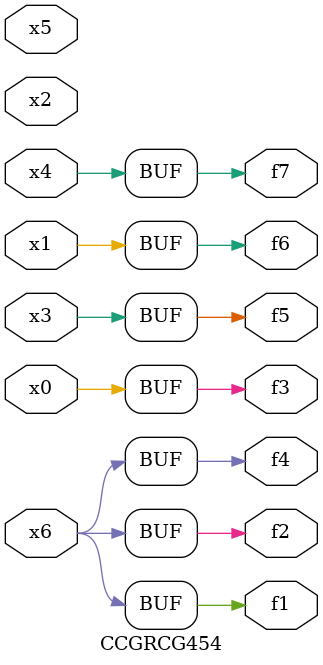
<source format=v>
module CCGRCG454(
	input x0, x1, x2, x3, x4, x5, x6,
	output f1, f2, f3, f4, f5, f6, f7
);
	assign f1 = x6;
	assign f2 = x6;
	assign f3 = x0;
	assign f4 = x6;
	assign f5 = x3;
	assign f6 = x1;
	assign f7 = x4;
endmodule

</source>
